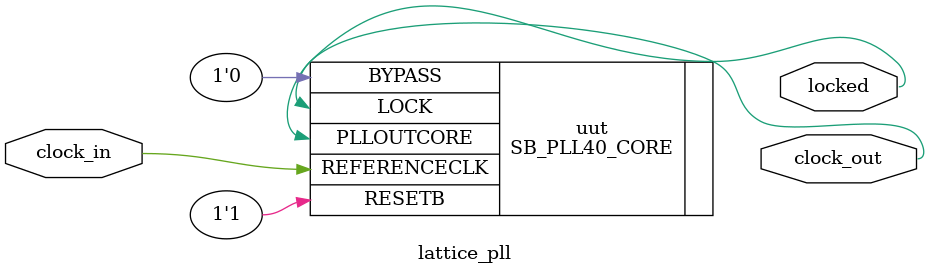
<source format=v>
/**
 * PLL configuration
 *
 * This Verilog module was generated automatically
 * using the icepll tool from the IceStorm project.
 * Use at your own risk.
 *
 * Given input frequency:        12.000 MHz
 * Requested output frequency:   25.000 MHz
 * Achieved output frequency:    25.125 MHz
 */

module lattice_pll(
	input  clock_in,
	output clock_out,
	output locked
	);

SB_PLL40_CORE #(
		.FEEDBACK_PATH("SIMPLE"),
		.DIVR(4'b0000),		// DIVR =  0
		.DIVF(7'b1000010),	// DIVF = 66
		.DIVQ(3'b101),		// DIVQ =  5
		.FILTER_RANGE(3'b001)	// FILTER_RANGE = 1
	) uut (
		.LOCK(locked),
		.RESETB(1'b1),
		.BYPASS(1'b0),
		.REFERENCECLK(clock_in),
		.PLLOUTCORE(clock_out)
		);

endmodule

</source>
